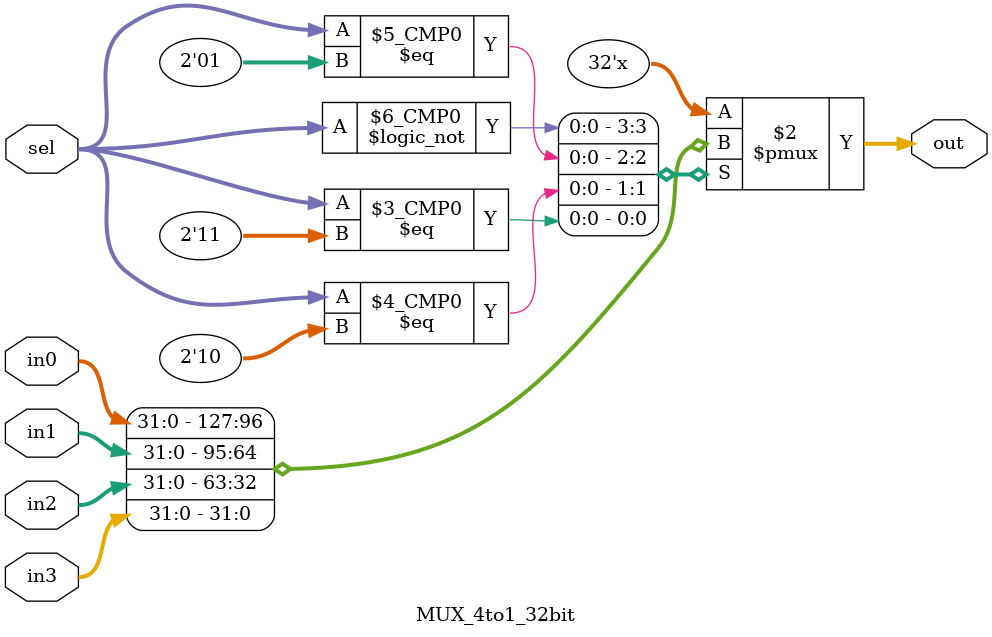
<source format=v>
module MUX_4to1_32bit(
    input [31:0] in0,
    input [31:0] in1,
    input [31:0] in2,
    input [31:0] in3,
    input [1:0] sel,
    output reg [31:0] out
);

always @(*) begin
    case(sel)
        2'b00: out = in0;
        2'b01: out = in1;
        2'b10: out = in2;
        2'b11: out = in3;
    endcase
end

endmodule

</source>
